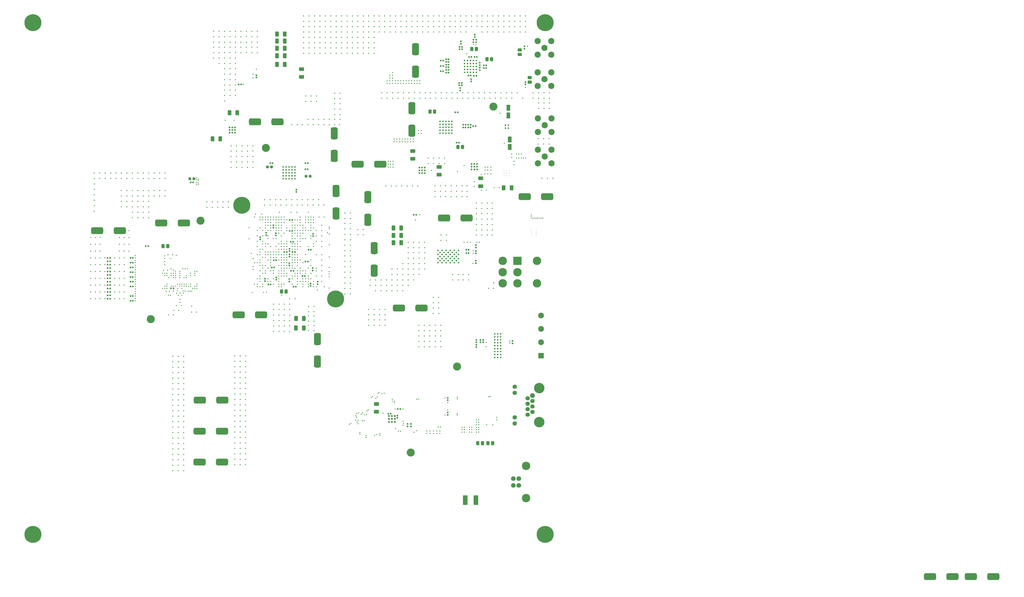
<source format=gbr>
G04*
G04 #@! TF.GenerationSoftware,Altium Limited,Altium Designer,23.11.1 (41)*
G04*
G04 Layer_Color=16711935*
%FSLAX44Y44*%
%MOMM*%
G71*
G04*
G04 #@! TF.SameCoordinates,838A1BA1-0531-4938-89FD-2D76D54D1B47*
G04*
G04*
G04 #@! TF.FilePolarity,Negative*
G04*
G01*
G75*
G04:AMPARAMS|DCode=99|XSize=4.5016mm|YSize=2.6016mm|CornerRadius=0.6758mm|HoleSize=0mm|Usage=FLASHONLY|Rotation=0.000|XOffset=0mm|YOffset=0mm|HoleType=Round|Shape=RoundedRectangle|*
%AMROUNDEDRECTD99*
21,1,4.5016,1.2500,0,0,0.0*
21,1,3.1500,2.6016,0,0,0.0*
1,1,1.3516,1.5750,-0.6250*
1,1,1.3516,-1.5750,-0.6250*
1,1,1.3516,-1.5750,0.6250*
1,1,1.3516,1.5750,0.6250*
%
%ADD99ROUNDEDRECTD99*%
G04:AMPARAMS|DCode=100|XSize=1.905mm|YSize=1.2954mm|CornerRadius=0.2537mm|HoleSize=0mm|Usage=FLASHONLY|Rotation=90.000|XOffset=0mm|YOffset=0mm|HoleType=Round|Shape=RoundedRectangle|*
%AMROUNDEDRECTD100*
21,1,1.9050,0.7879,0,0,90.0*
21,1,1.3975,1.2954,0,0,90.0*
1,1,0.5075,0.3940,0.6988*
1,1,0.5075,0.3940,-0.6988*
1,1,0.5075,-0.3940,-0.6988*
1,1,0.5075,-0.3940,0.6988*
%
%ADD100ROUNDEDRECTD100*%
G04:AMPARAMS|DCode=101|XSize=0.6096mm|YSize=0.6096mm|CornerRadius=0.2032mm|HoleSize=0mm|Usage=FLASHONLY|Rotation=0.000|XOffset=0mm|YOffset=0mm|HoleType=Round|Shape=RoundedRectangle|*
%AMROUNDEDRECTD101*
21,1,0.6096,0.2032,0,0,0.0*
21,1,0.2032,0.6096,0,0,0.0*
1,1,0.4064,0.1016,-0.1016*
1,1,0.4064,-0.1016,-0.1016*
1,1,0.4064,-0.1016,0.1016*
1,1,0.4064,0.1016,0.1016*
%
%ADD101ROUNDEDRECTD101*%
G04:AMPARAMS|DCode=102|XSize=0.6096mm|YSize=0.6096mm|CornerRadius=0.2032mm|HoleSize=0mm|Usage=FLASHONLY|Rotation=270.000|XOffset=0mm|YOffset=0mm|HoleType=Round|Shape=RoundedRectangle|*
%AMROUNDEDRECTD102*
21,1,0.6096,0.2032,0,0,270.0*
21,1,0.2032,0.6096,0,0,270.0*
1,1,0.4064,-0.1016,-0.1016*
1,1,0.4064,-0.1016,0.1016*
1,1,0.4064,0.1016,0.1016*
1,1,0.4064,0.1016,-0.1016*
%
%ADD102ROUNDEDRECTD102*%
G04:AMPARAMS|DCode=103|XSize=1.905mm|YSize=1.2954mm|CornerRadius=0.2537mm|HoleSize=0mm|Usage=FLASHONLY|Rotation=180.000|XOffset=0mm|YOffset=0mm|HoleType=Round|Shape=RoundedRectangle|*
%AMROUNDEDRECTD103*
21,1,1.9050,0.7879,0,0,180.0*
21,1,1.3975,1.2954,0,0,180.0*
1,1,0.5075,-0.6988,0.3940*
1,1,0.5075,0.6988,0.3940*
1,1,0.5075,0.6988,-0.3940*
1,1,0.5075,-0.6988,-0.3940*
%
%ADD103ROUNDEDRECTD103*%
G04:AMPARAMS|DCode=105|XSize=1.4986mm|YSize=1.1938mm|CornerRadius=0.2529mm|HoleSize=0mm|Usage=FLASHONLY|Rotation=180.000|XOffset=0mm|YOffset=0mm|HoleType=Round|Shape=RoundedRectangle|*
%AMROUNDEDRECTD105*
21,1,1.4986,0.6881,0,0,180.0*
21,1,0.9929,1.1938,0,0,180.0*
1,1,0.5057,-0.4964,0.3440*
1,1,0.5057,0.4964,0.3440*
1,1,0.5057,0.4964,-0.3440*
1,1,0.5057,-0.4964,-0.3440*
%
%ADD105ROUNDEDRECTD105*%
G04:AMPARAMS|DCode=118|XSize=4.5016mm|YSize=2.6016mm|CornerRadius=0.6758mm|HoleSize=0mm|Usage=FLASHONLY|Rotation=270.000|XOffset=0mm|YOffset=0mm|HoleType=Round|Shape=RoundedRectangle|*
%AMROUNDEDRECTD118*
21,1,4.5016,1.2500,0,0,270.0*
21,1,3.1500,2.6016,0,0,270.0*
1,1,1.3516,-0.6250,-1.5750*
1,1,1.3516,-0.6250,1.5750*
1,1,1.3516,0.6250,1.5750*
1,1,1.3516,0.6250,-1.5750*
%
%ADD118ROUNDEDRECTD118*%
%ADD122C,3.0000*%
G04:AMPARAMS|DCode=125|XSize=0.9906mm|YSize=0.9652mm|CornerRadius=0.2019mm|HoleSize=0mm|Usage=FLASHONLY|Rotation=0.000|XOffset=0mm|YOffset=0mm|HoleType=Round|Shape=RoundedRectangle|*
%AMROUNDEDRECTD125*
21,1,0.9906,0.5613,0,0,0.0*
21,1,0.5867,0.9652,0,0,0.0*
1,1,0.4039,0.2934,-0.2807*
1,1,0.4039,-0.2934,-0.2807*
1,1,0.4039,-0.2934,0.2807*
1,1,0.4039,0.2934,0.2807*
%
%ADD125ROUNDEDRECTD125*%
G04:AMPARAMS|DCode=127|XSize=1.4986mm|YSize=1.1938mm|CornerRadius=0.2529mm|HoleSize=0mm|Usage=FLASHONLY|Rotation=270.000|XOffset=0mm|YOffset=0mm|HoleType=Round|Shape=RoundedRectangle|*
%AMROUNDEDRECTD127*
21,1,1.4986,0.6881,0,0,270.0*
21,1,0.9929,1.1938,0,0,270.0*
1,1,0.5057,-0.3440,-0.4964*
1,1,0.5057,-0.3440,0.4964*
1,1,0.5057,0.3440,0.4964*
1,1,0.5057,0.3440,-0.4964*
%
%ADD127ROUNDEDRECTD127*%
G04:AMPARAMS|DCode=136|XSize=1.7mm|YSize=3.6mm|CornerRadius=0.25mm|HoleSize=0mm|Usage=FLASHONLY|Rotation=0.000|XOffset=0mm|YOffset=0mm|HoleType=Round|Shape=RoundedRectangle|*
%AMROUNDEDRECTD136*
21,1,1.7000,3.1000,0,0,0.0*
21,1,1.2000,3.6000,0,0,0.0*
1,1,0.5000,0.6000,-1.5500*
1,1,0.5000,-0.6000,-1.5500*
1,1,0.5000,-0.6000,1.5500*
1,1,0.5000,0.6000,1.5500*
%
%ADD136ROUNDEDRECTD136*%
%ADD143R,1.4516X2.3016*%
%ADD170C,6.3400*%
%ADD171C,2.3016*%
%ADD172C,3.9116*%
G04:AMPARAMS|DCode=173|XSize=1.6256mm|YSize=1.6256mm|CornerRadius=0mm|HoleSize=0mm|Usage=FLASHONLY|Rotation=90.000|XOffset=0mm|YOffset=0mm|HoleType=Round|Shape=Octagon|*
%AMOCTAGOND173*
4,1,8,0.4064,0.8128,-0.4064,0.8128,-0.8128,0.4064,-0.8128,-0.4064,-0.4064,-0.8128,0.4064,-0.8128,0.8128,-0.4064,0.8128,0.4064,0.4064,0.8128,0.0*
%
%ADD173OCTAGOND173*%

%ADD174C,1.6256*%
%ADD175C,3.1400*%
%ADD176C,1.7400*%
%ADD177C,0.7016*%
%ADD178R,2.1450X2.1450*%
%ADD179C,2.1450*%
%ADD180C,3.1372*%
%ADD181R,3.1400X3.1400*%
%ADD182C,0.4064*%
%ADD183C,0.3000*%
%ADD184C,0.6604*%
%ADD185C,0.6016*%
%ADD186C,0.6096*%
D99*
X667346Y315775D02*
D03*
X751345D02*
D03*
X751165Y431344D02*
D03*
X667166D02*
D03*
X667749Y547181D02*
D03*
X751749D02*
D03*
X1879928Y1306322D02*
D03*
X1963928D02*
D03*
X812864Y865037D02*
D03*
X896864D02*
D03*
X873616Y1586275D02*
D03*
X957616D02*
D03*
X1256866Y1427480D02*
D03*
X1340866D02*
D03*
X608500Y1208410D02*
D03*
X524500D02*
D03*
X369740Y1179200D02*
D03*
X285740D02*
D03*
X1494282Y890524D02*
D03*
X1410282D02*
D03*
X1662809Y1226536D02*
D03*
X1578810D02*
D03*
X3391228Y-111454D02*
D03*
X3475228D02*
D03*
X3543628D02*
D03*
X3627628D02*
D03*
D100*
X955697Y1800063D02*
D03*
X984653D02*
D03*
X955817Y1913643D02*
D03*
X984773D02*
D03*
X955817Y1887227D02*
D03*
X984773D02*
D03*
X955817Y1860482D02*
D03*
X984773D02*
D03*
X955817Y1832152D02*
D03*
X984773D02*
D03*
X1026584Y816234D02*
D03*
X1055540D02*
D03*
X1026838Y852048D02*
D03*
X1055794D02*
D03*
X778689Y1619364D02*
D03*
X807645D02*
D03*
X744632Y1522658D02*
D03*
X715676D02*
D03*
X1419562Y1161960D02*
D03*
X1390606D02*
D03*
Y1134460D02*
D03*
X1419562D02*
D03*
X1390606Y1189460D02*
D03*
X1419562D02*
D03*
X1801417Y1339193D02*
D03*
X1830373D02*
D03*
D101*
X1641538Y1877269D02*
D03*
Y1886159D02*
D03*
X1712214Y1806705D02*
D03*
Y1797814D02*
D03*
X942490Y1190565D02*
D03*
Y1199455D02*
D03*
X1697990Y1125855D02*
D03*
Y1116965D02*
D03*
X915332Y1162563D02*
D03*
Y1171453D02*
D03*
X911522Y1000003D02*
D03*
Y991113D02*
D03*
X953432Y996193D02*
D03*
Y1005083D02*
D03*
X1002962Y1102873D02*
D03*
Y1111763D02*
D03*
X952162Y1161293D02*
D03*
Y1170183D02*
D03*
X893742Y1146053D02*
D03*
Y1154943D02*
D03*
X1001692Y1058423D02*
D03*
Y1049533D02*
D03*
X1001692Y998733D02*
D03*
Y989843D02*
D03*
X1002962Y1082553D02*
D03*
Y1091443D02*
D03*
X1080951Y973399D02*
D03*
Y982289D02*
D03*
X1090592Y1167643D02*
D03*
Y1158753D02*
D03*
X1107864Y979937D02*
D03*
Y988827D02*
D03*
X1089282Y1039413D02*
D03*
Y1030523D02*
D03*
X878630Y1750766D02*
D03*
Y1759655D02*
D03*
X1027685Y1332951D02*
D03*
Y1324061D02*
D03*
X1712214Y1787906D02*
D03*
Y1779016D02*
D03*
X1693164Y1902168D02*
D03*
Y1911058D02*
D03*
X1688084Y1883283D02*
D03*
Y1892173D02*
D03*
X1698455Y1883369D02*
D03*
Y1892259D02*
D03*
X1679702Y1736471D02*
D03*
Y1745361D02*
D03*
X1879092Y1858645D02*
D03*
Y1867535D02*
D03*
X1882394Y1734185D02*
D03*
Y1725295D02*
D03*
X1644907Y1721824D02*
D03*
Y1730714D02*
D03*
X1639617Y1702871D02*
D03*
Y1711761D02*
D03*
X1635001Y1721824D02*
D03*
Y1730714D02*
D03*
X1646405Y1865501D02*
D03*
Y1856611D02*
D03*
X1636498Y1865501D02*
D03*
Y1856611D02*
D03*
X1714500Y762635D02*
D03*
Y771525D02*
D03*
X1724660Y762635D02*
D03*
Y771525D02*
D03*
X1833880Y767715D02*
D03*
Y758825D02*
D03*
X1699260Y744855D02*
D03*
Y753745D02*
D03*
Y762635D02*
D03*
Y771525D02*
D03*
X1404620Y489585D02*
D03*
Y480695D02*
D03*
X1592580Y546735D02*
D03*
Y555625D02*
D03*
X1592580Y501015D02*
D03*
Y492125D02*
D03*
X1455420Y457835D02*
D03*
Y448945D02*
D03*
X1442720Y457835D02*
D03*
Y448945D02*
D03*
X1697990Y1103630D02*
D03*
Y1094740D02*
D03*
X1697990Y1067435D02*
D03*
Y1058545D02*
D03*
D102*
X930276Y1431489D02*
D03*
X939166D02*
D03*
X1062230Y1431884D02*
D03*
X1071120D02*
D03*
X1061849Y1408516D02*
D03*
X1070739D02*
D03*
X1669415Y1758188D02*
D03*
X1678305D02*
D03*
X1699387Y1757934D02*
D03*
X1690497D02*
D03*
X1701292Y1828038D02*
D03*
X1692402D02*
D03*
X1671955Y1828292D02*
D03*
X1680845D02*
D03*
X1735963Y1786379D02*
D03*
X1727073D02*
D03*
X642962Y1359563D02*
D03*
X634072D02*
D03*
X1012487Y1219078D02*
D03*
X1003597D02*
D03*
Y1178438D02*
D03*
X1012487D02*
D03*
X923587Y979048D02*
D03*
X932477D02*
D03*
X943907Y1069218D02*
D03*
X952797D02*
D03*
X945177Y1042548D02*
D03*
X936287D02*
D03*
X992167Y1099698D02*
D03*
X983277D02*
D03*
X1016297Y1137798D02*
D03*
X1007407D02*
D03*
X418635Y1077600D02*
D03*
X409745D02*
D03*
X418635Y935360D02*
D03*
X409745D02*
D03*
X409745Y917580D02*
D03*
X418635D02*
D03*
X418635Y1006480D02*
D03*
X409745D02*
D03*
X418635Y1024260D02*
D03*
X409745D02*
D03*
X409745Y1059820D02*
D03*
X418635D02*
D03*
Y1042040D02*
D03*
X409745D02*
D03*
X418635Y970920D02*
D03*
X409745D02*
D03*
X409745Y988700D02*
D03*
X418635D02*
D03*
X324655Y1064900D02*
D03*
X333545D02*
D03*
Y1052200D02*
D03*
X324655D02*
D03*
X333545Y1014100D02*
D03*
X324655D02*
D03*
X333545Y1026800D02*
D03*
X324655D02*
D03*
X333545Y1001400D02*
D03*
X324655D02*
D03*
Y1039500D02*
D03*
X333545D02*
D03*
Y1077600D02*
D03*
X324655D02*
D03*
Y988700D02*
D03*
X333545D02*
D03*
X1008677Y1029848D02*
D03*
X1017567D02*
D03*
X1026457Y970158D02*
D03*
X1017567D02*
D03*
X475785Y1122050D02*
D03*
X466895D02*
D03*
X1073447Y1108588D02*
D03*
X1082337D02*
D03*
X1059705Y1009990D02*
D03*
X1050815D02*
D03*
X1013757Y1099698D02*
D03*
X1022647D02*
D03*
X1062017Y1064138D02*
D03*
X1070907D02*
D03*
X569765Y964570D02*
D03*
X560875D02*
D03*
X333545Y950600D02*
D03*
X324655D02*
D03*
X333545Y937900D02*
D03*
X324655D02*
D03*
X333545Y925200D02*
D03*
X324655D02*
D03*
Y963300D02*
D03*
X333545D02*
D03*
Y976000D02*
D03*
X324655D02*
D03*
X813006Y1725385D02*
D03*
X821896D02*
D03*
X1474936Y1239159D02*
D03*
X1466046D02*
D03*
X1736217Y1796288D02*
D03*
X1727327D02*
D03*
X1669164Y1575051D02*
D03*
X1678053D02*
D03*
X1650365Y1575052D02*
D03*
X1659255D02*
D03*
X1650111Y1565143D02*
D03*
X1659001D02*
D03*
X1668909Y1565143D02*
D03*
X1677800D02*
D03*
X1687962Y1569974D02*
D03*
X1696852D02*
D03*
X1634617Y1507998D02*
D03*
X1625727D02*
D03*
X1629791Y1621536D02*
D03*
X1620901D02*
D03*
X1566462Y1774508D02*
D03*
X1575352D02*
D03*
X1586506Y1769763D02*
D03*
X1595396D02*
D03*
X1586566Y1779671D02*
D03*
X1595456D02*
D03*
X1566584Y1794560D02*
D03*
X1575474D02*
D03*
X1586566Y1789580D02*
D03*
X1595456D02*
D03*
X1586628Y1799488D02*
D03*
X1595518D02*
D03*
X1595580Y1809397D02*
D03*
X1586689D02*
D03*
X1586628Y1819305D02*
D03*
X1595518D02*
D03*
X1566646Y1814283D02*
D03*
X1575536D02*
D03*
X1379855Y496570D02*
D03*
X1370965D02*
D03*
X1415415Y514350D02*
D03*
X1406525D02*
D03*
X1661795Y1096010D02*
D03*
X1670685D02*
D03*
Y1108710D02*
D03*
X1661795D02*
D03*
D103*
X1047197Y1782652D02*
D03*
Y1753696D02*
D03*
X1462386Y1476450D02*
D03*
Y1447494D02*
D03*
X1560962Y1388383D02*
D03*
Y1417339D02*
D03*
X1327150Y503682D02*
D03*
Y532638D02*
D03*
X1715153Y1345739D02*
D03*
Y1374695D02*
D03*
D105*
X1898779Y1751203D02*
D03*
Y1734185D02*
D03*
X1861058Y1854200D02*
D03*
Y1837182D02*
D03*
D118*
X1472767Y1856759D02*
D03*
Y1772759D02*
D03*
X1106554Y774743D02*
D03*
Y690743D02*
D03*
X1318182Y1030224D02*
D03*
Y1114224D02*
D03*
X1169074Y1458468D02*
D03*
Y1542468D02*
D03*
X1294384Y1220470D02*
D03*
Y1304470D02*
D03*
X1459230Y1553030D02*
D03*
Y1637030D02*
D03*
X1175859Y1327584D02*
D03*
Y1243584D02*
D03*
D122*
X670876Y1216591D02*
D03*
X914323Y1488885D02*
D03*
X484950Y849635D02*
D03*
X1454641Y351542D02*
D03*
X1627251Y671986D02*
D03*
X1763163Y1643002D02*
D03*
D125*
X920624Y1417406D02*
D03*
X935611D02*
D03*
X1079629Y1382354D02*
D03*
X1064642D02*
D03*
X646136Y1373647D02*
D03*
X631151D02*
D03*
D127*
X1630807Y1491612D02*
D03*
X1647825D02*
D03*
X1682750Y1858010D02*
D03*
X1699768D02*
D03*
X1739265Y1819656D02*
D03*
X1756283D02*
D03*
X972863Y952378D02*
D03*
X989881D02*
D03*
X531411Y1122050D02*
D03*
X548429D02*
D03*
X1526794Y1624076D02*
D03*
X1543812D02*
D03*
X1704611Y386134D02*
D03*
X1722645D02*
D03*
X1742313Y386080D02*
D03*
X1760347D02*
D03*
D136*
X1697670Y173990D02*
D03*
X1657670D02*
D03*
D143*
X1818386Y1638052D02*
D03*
Y1609852D02*
D03*
X1823720Y1519812D02*
D03*
Y1491612D02*
D03*
D170*
X45720Y1955800D02*
D03*
X1174400Y924704D02*
D03*
X824400Y1274704D02*
D03*
X45720Y45720D02*
D03*
X1955800D02*
D03*
Y1955800D02*
D03*
D171*
X1927606Y1719326D02*
D03*
X1978406D02*
D03*
Y1770126D02*
D03*
X1927606D02*
D03*
X1953006Y1744726D02*
D03*
X1954530Y1573127D02*
D03*
X1929130Y1598527D02*
D03*
X1979930D02*
D03*
Y1547727D02*
D03*
X1929130D02*
D03*
X1954530Y1456287D02*
D03*
X1929130Y1481687D02*
D03*
X1979930D02*
D03*
Y1430887D02*
D03*
X1929130D02*
D03*
X1953006Y1861566D02*
D03*
X1927606Y1886966D02*
D03*
X1978406D02*
D03*
Y1836166D02*
D03*
X1927606D02*
D03*
D172*
X1933980Y591820D02*
D03*
Y464820D02*
D03*
D173*
X1908580Y563880D02*
D03*
D174*
Y543560D02*
D03*
Y523240D02*
D03*
Y502920D02*
D03*
X1890800Y553720D02*
D03*
Y533400D02*
D03*
Y513080D02*
D03*
Y492760D02*
D03*
X1842540Y596900D02*
D03*
Y482600D02*
D03*
Y459740D02*
D03*
Y574040D02*
D03*
D175*
X1884680Y301500D02*
D03*
Y181100D02*
D03*
X1797320Y982800D02*
D03*
Y1024800D02*
D03*
Y1066800D02*
D03*
X1852320Y982800D02*
D03*
Y1024800D02*
D03*
D176*
X1857680Y228800D02*
D03*
Y253800D02*
D03*
X1837680Y228800D02*
D03*
Y253800D02*
D03*
D177*
X1373680Y487570D02*
D03*
X1384380D02*
D03*
X1395080D02*
D03*
X1373680Y476870D02*
D03*
X1384380D02*
D03*
X1395080D02*
D03*
X1373680Y466170D02*
D03*
X1384380D02*
D03*
X1395080D02*
D03*
D178*
X1940560Y712800D02*
D03*
D179*
Y762800D02*
D03*
Y812800D02*
D03*
Y862800D02*
D03*
D180*
X1925320Y1066800D02*
D03*
Y982800D02*
D03*
D181*
X1852320Y1066800D02*
D03*
D182*
X1472438Y1219454D02*
D03*
X1487973Y1239192D02*
D03*
X567015Y507559D02*
D03*
Y629464D02*
D03*
Y609145D02*
D03*
Y588825D02*
D03*
Y548185D02*
D03*
Y527864D02*
D03*
X798155Y712014D02*
D03*
Y691694D02*
D03*
X818475D02*
D03*
X798155Y671375D02*
D03*
X818475D02*
D03*
X838795D02*
D03*
Y691694D02*
D03*
X818475Y712014D02*
D03*
X838795D02*
D03*
X798155Y590094D02*
D03*
Y549454D02*
D03*
X818475D02*
D03*
Y590094D02*
D03*
X838795Y549454D02*
D03*
Y590094D02*
D03*
X798155Y569775D02*
D03*
X587335Y588825D02*
D03*
X818475Y569775D02*
D03*
X587335Y548185D02*
D03*
X567015Y568504D02*
D03*
X587335D02*
D03*
X838795Y569775D02*
D03*
X798155Y610415D02*
D03*
Y651055D02*
D03*
Y630734D02*
D03*
X818475D02*
D03*
X838795D02*
D03*
X818475Y651055D02*
D03*
X838795D02*
D03*
X818475Y610415D02*
D03*
X838795D02*
D03*
X798155Y508829D02*
D03*
Y529134D02*
D03*
X818475D02*
D03*
Y508829D02*
D03*
X838795D02*
D03*
Y529134D02*
D03*
X567015Y649784D02*
D03*
Y670105D02*
D03*
X587335Y649784D02*
D03*
Y670105D02*
D03*
Y710744D02*
D03*
Y690424D02*
D03*
X567015D02*
D03*
Y710744D02*
D03*
X607655Y670105D02*
D03*
Y710744D02*
D03*
Y690424D02*
D03*
Y649784D02*
D03*
X587335Y629464D02*
D03*
X607655Y548185D02*
D03*
Y568504D02*
D03*
Y629464D02*
D03*
Y588825D02*
D03*
X587335Y609145D02*
D03*
X607655D02*
D03*
X587335Y527864D02*
D03*
Y507559D02*
D03*
X607655D02*
D03*
Y527864D02*
D03*
X587335Y304359D02*
D03*
Y344999D02*
D03*
Y324679D02*
D03*
Y284039D02*
D03*
X567015D02*
D03*
X838795Y366589D02*
D03*
X818475D02*
D03*
X838795Y427549D02*
D03*
X798155Y468189D02*
D03*
Y366589D02*
D03*
Y427549D02*
D03*
Y407229D02*
D03*
X818475Y386909D02*
D03*
Y407229D02*
D03*
Y447869D02*
D03*
Y468189D02*
D03*
Y427549D02*
D03*
X838795Y386909D02*
D03*
Y407229D02*
D03*
Y468189D02*
D03*
Y447869D02*
D03*
X567015Y426279D02*
D03*
Y385639D02*
D03*
Y324679D02*
D03*
Y344999D02*
D03*
Y365319D02*
D03*
Y487239D02*
D03*
Y446599D02*
D03*
Y405959D02*
D03*
Y466919D02*
D03*
X818475Y346269D02*
D03*
X838795Y325949D02*
D03*
Y305629D02*
D03*
Y346269D02*
D03*
X818475Y305629D02*
D03*
X798155D02*
D03*
X818475Y325949D02*
D03*
X798155Y346269D02*
D03*
Y325949D02*
D03*
X587335Y487239D02*
D03*
X567015Y304359D02*
D03*
X607655Y324679D02*
D03*
Y304359D02*
D03*
Y344999D02*
D03*
Y284039D02*
D03*
Y487239D02*
D03*
X587335Y365319D02*
D03*
Y385639D02*
D03*
Y405959D02*
D03*
Y426279D02*
D03*
Y466919D02*
D03*
Y446599D02*
D03*
X607655Y385639D02*
D03*
Y365319D02*
D03*
Y446599D02*
D03*
Y466919D02*
D03*
Y405959D02*
D03*
Y426279D02*
D03*
X798155Y386909D02*
D03*
Y447869D02*
D03*
Y488509D02*
D03*
X818475D02*
D03*
X838795D02*
D03*
X829930Y1725196D02*
D03*
X878630Y1782534D02*
D03*
X1686951Y1057600D02*
D03*
X1710466Y1136166D02*
D03*
X1701800Y1136340D02*
D03*
X1677653D02*
D03*
X1666669D02*
D03*
X1653975D02*
D03*
X1907540Y1225865D02*
D03*
X1275563Y499307D02*
D03*
X1532654Y1404801D02*
D03*
X906099Y949076D02*
D03*
X863778Y948843D02*
D03*
X973106Y938822D02*
D03*
X852069Y1190759D02*
D03*
X851926Y1149292D02*
D03*
X872510Y1230000D02*
D03*
X899101Y1241684D02*
D03*
X875919D02*
D03*
X965260Y1248336D02*
D03*
X1007510D02*
D03*
X1072510Y1248288D02*
D03*
X1029760D02*
D03*
X1144079Y1171479D02*
D03*
X1150532Y1193293D02*
D03*
X1150451Y1187250D02*
D03*
Y1167250D02*
D03*
Y1127250D02*
D03*
X1150536Y1081285D02*
D03*
X1150660Y1042751D02*
D03*
Y1018037D02*
D03*
Y1026731D02*
D03*
X1151044Y965000D02*
D03*
Y1007251D02*
D03*
X1106388Y958424D02*
D03*
X917078Y949854D02*
D03*
X1082510Y1159769D02*
D03*
X922490Y1160023D02*
D03*
X1052500Y990000D02*
D03*
X1052510Y970000D02*
D03*
X537210Y1052830D02*
D03*
X428033Y1068710D02*
D03*
Y1086490D02*
D03*
X715122Y1266464D02*
D03*
Y1286784D02*
D03*
X735442D02*
D03*
Y1266464D02*
D03*
X754492D02*
D03*
Y1286784D02*
D03*
X694802Y1266464D02*
D03*
Y1286784D02*
D03*
X774812Y1266464D02*
D03*
Y1286784D02*
D03*
X274320Y1272525D02*
D03*
Y1252205D02*
D03*
Y1292860D02*
D03*
Y1333500D02*
D03*
Y1353820D02*
D03*
Y1313180D02*
D03*
Y1374140D02*
D03*
Y1394460D02*
D03*
X1520190Y1430020D02*
D03*
X1540510D02*
D03*
Y1450340D02*
D03*
X1520190D02*
D03*
X1560830D02*
D03*
X1581150D02*
D03*
Y1430020D02*
D03*
X1560830D02*
D03*
X1718310Y1389380D02*
D03*
X1483360Y1553030D02*
D03*
X1493520D02*
D03*
Y1542870D02*
D03*
X1483360D02*
D03*
X1883410Y1921510D02*
D03*
Y1941830D02*
D03*
Y1960880D02*
D03*
Y1981200D02*
D03*
X1822450D02*
D03*
X1842770D02*
D03*
X1863090D02*
D03*
Y1960880D02*
D03*
X1842770D02*
D03*
X1822450D02*
D03*
Y1941830D02*
D03*
X1842770D02*
D03*
X1863090D02*
D03*
Y1921510D02*
D03*
X1842770D02*
D03*
X1822450D02*
D03*
X1438910D02*
D03*
X1459230D02*
D03*
X1479550D02*
D03*
Y1941830D02*
D03*
X1459230D02*
D03*
X1438910D02*
D03*
Y1960880D02*
D03*
X1459230D02*
D03*
X1479550D02*
D03*
Y1981200D02*
D03*
X1459230D02*
D03*
X1438910D02*
D03*
X1499870D02*
D03*
X1520190D02*
D03*
X1540510D02*
D03*
Y1960880D02*
D03*
X1520190D02*
D03*
X1499870D02*
D03*
Y1941830D02*
D03*
X1520190D02*
D03*
X1540510D02*
D03*
Y1921510D02*
D03*
X1520190D02*
D03*
X1499870D02*
D03*
X1560830D02*
D03*
X1581150D02*
D03*
X1601470D02*
D03*
Y1941830D02*
D03*
X1581150D02*
D03*
X1560830D02*
D03*
Y1960880D02*
D03*
X1581150D02*
D03*
X1601470D02*
D03*
Y1981200D02*
D03*
X1581150D02*
D03*
X1560830D02*
D03*
X1661160D02*
D03*
X1681480D02*
D03*
X1701800D02*
D03*
Y1960880D02*
D03*
X1681480D02*
D03*
X1661160D02*
D03*
Y1941830D02*
D03*
X1681480D02*
D03*
X1701800D02*
D03*
X1661160Y1921510D02*
D03*
X1620520D02*
D03*
X1640840D02*
D03*
Y1941830D02*
D03*
X1620520D02*
D03*
Y1960880D02*
D03*
X1640840D02*
D03*
Y1981200D02*
D03*
X1620520D02*
D03*
X1720850D02*
D03*
X1741170D02*
D03*
Y1960880D02*
D03*
X1720850D02*
D03*
Y1941830D02*
D03*
X1741170D02*
D03*
Y1921510D02*
D03*
X1720850D02*
D03*
X1761490D02*
D03*
X1781810D02*
D03*
X1802130D02*
D03*
Y1941830D02*
D03*
X1781810D02*
D03*
X1761490D02*
D03*
Y1960880D02*
D03*
X1781810D02*
D03*
X1802130D02*
D03*
Y1981200D02*
D03*
X1781810D02*
D03*
X1761490D02*
D03*
X1984369Y1374726D02*
D03*
X1964049D02*
D03*
X1943729D02*
D03*
X1950048Y1502926D02*
D03*
X1970368D02*
D03*
Y1523246D02*
D03*
X1950048D02*
D03*
X1929728D02*
D03*
Y1502926D02*
D03*
X1931670Y1635760D02*
D03*
Y1656080D02*
D03*
X1951990D02*
D03*
X1972310D02*
D03*
Y1635760D02*
D03*
X1951990D02*
D03*
X1729740Y1673860D02*
D03*
X1750060D02*
D03*
X1770380D02*
D03*
Y1694180D02*
D03*
X1750060D02*
D03*
X1729740D02*
D03*
X1790700D02*
D03*
X1811020D02*
D03*
X1831340D02*
D03*
Y1673860D02*
D03*
X1811020D02*
D03*
X1790700D02*
D03*
X1871980D02*
D03*
X1851660Y1694180D02*
D03*
X1951990D02*
D03*
X1972310D02*
D03*
Y1673860D02*
D03*
X1951990D02*
D03*
X1911350D02*
D03*
X1931670D02*
D03*
Y1694180D02*
D03*
X1911350D02*
D03*
X1346200Y1673860D02*
D03*
X1366520D02*
D03*
X1386840D02*
D03*
Y1694180D02*
D03*
X1366520D02*
D03*
X1346200D02*
D03*
X1407160D02*
D03*
X1427480D02*
D03*
X1447800D02*
D03*
Y1673860D02*
D03*
X1427480D02*
D03*
X1407160D02*
D03*
X1468120D02*
D03*
X1488440D02*
D03*
X1508760D02*
D03*
Y1694180D02*
D03*
X1488440D02*
D03*
X1468120D02*
D03*
X1568450D02*
D03*
X1588770D02*
D03*
X1609090D02*
D03*
Y1673860D02*
D03*
X1588770D02*
D03*
X1568450D02*
D03*
X1527810D02*
D03*
X1548130D02*
D03*
Y1694180D02*
D03*
X1527810D02*
D03*
X1628140D02*
D03*
X1648460D02*
D03*
Y1673860D02*
D03*
X1628140D02*
D03*
X1668780D02*
D03*
X1689100D02*
D03*
X1709420D02*
D03*
Y1694180D02*
D03*
X1689100D02*
D03*
X1668780D02*
D03*
X1691640Y1362710D02*
D03*
Y1343660D02*
D03*
X1737360Y1330960D02*
D03*
X1718310D02*
D03*
X1784350Y1340439D02*
D03*
X1765300D02*
D03*
X436880Y1228090D02*
D03*
Y1248410D02*
D03*
X416560D02*
D03*
Y1228090D02*
D03*
X477520D02*
D03*
Y1248410D02*
D03*
Y1268730D02*
D03*
X457200D02*
D03*
Y1248410D02*
D03*
Y1228090D02*
D03*
Y1289050D02*
D03*
X477520D02*
D03*
X1441450Y1346200D02*
D03*
X1461770D02*
D03*
X1480820D02*
D03*
X1421130D02*
D03*
X1400810D02*
D03*
X1381760D02*
D03*
X1361440D02*
D03*
X1625600Y1306830D02*
D03*
Y1327150D02*
D03*
Y1347470D02*
D03*
X1645920D02*
D03*
Y1327150D02*
D03*
Y1306830D02*
D03*
X1664970D02*
D03*
Y1327150D02*
D03*
Y1347470D02*
D03*
X1605280Y1306830D02*
D03*
Y1327150D02*
D03*
Y1347470D02*
D03*
X1584960D02*
D03*
Y1327150D02*
D03*
Y1306830D02*
D03*
X1565910D02*
D03*
Y1327150D02*
D03*
Y1347470D02*
D03*
X1545590D02*
D03*
Y1327150D02*
D03*
Y1306830D02*
D03*
X1699260Y1202690D02*
D03*
X1719580D02*
D03*
X1739900D02*
D03*
Y1182370D02*
D03*
X1719580D02*
D03*
X1699260D02*
D03*
Y1163320D02*
D03*
X1719580D02*
D03*
X1739900D02*
D03*
X1699260Y1223010D02*
D03*
X1719580D02*
D03*
X1739900D02*
D03*
Y1243330D02*
D03*
X1719580D02*
D03*
X1699260D02*
D03*
Y1262380D02*
D03*
X1719580D02*
D03*
X1739900D02*
D03*
Y1282700D02*
D03*
X1719580D02*
D03*
X1699260D02*
D03*
X1758950Y1202690D02*
D03*
Y1182370D02*
D03*
Y1163320D02*
D03*
Y1223010D02*
D03*
Y1243330D02*
D03*
Y1262380D02*
D03*
Y1282700D02*
D03*
X1587500Y1143000D02*
D03*
Y1163320D02*
D03*
X1567180D02*
D03*
Y1143000D02*
D03*
X1384300Y1036320D02*
D03*
Y1016000D02*
D03*
X1363980Y995680D02*
D03*
X1323340D02*
D03*
X1343660D02*
D03*
X1303020D02*
D03*
Y975360D02*
D03*
X1323340Y955040D02*
D03*
X1343660D02*
D03*
Y975360D02*
D03*
X1323340D02*
D03*
X1384300Y995680D02*
D03*
X1445260Y975360D02*
D03*
X1384300D02*
D03*
X1363980D02*
D03*
Y955040D02*
D03*
X1384300D02*
D03*
X1404620D02*
D03*
X1424940D02*
D03*
Y975360D02*
D03*
X1404620D02*
D03*
X1424940Y1036320D02*
D03*
X1404620D02*
D03*
X1424940Y1056640D02*
D03*
Y1016000D02*
D03*
X1404620D02*
D03*
Y995680D02*
D03*
X1424940D02*
D03*
X1445260D02*
D03*
X1465580D02*
D03*
X1485900Y1016000D02*
D03*
X1465580D02*
D03*
X1445260D02*
D03*
Y1056640D02*
D03*
X1465580D02*
D03*
X1485900D02*
D03*
Y1036320D02*
D03*
X1465580D02*
D03*
X1445260D02*
D03*
Y1076960D02*
D03*
X1465580D02*
D03*
X1485900D02*
D03*
Y1097280D02*
D03*
X1465580D02*
D03*
X1445260D02*
D03*
Y1116330D02*
D03*
X1465580D02*
D03*
X1485900D02*
D03*
Y1136650D02*
D03*
X1465580D02*
D03*
X1445260D02*
D03*
X1506220D02*
D03*
Y1116330D02*
D03*
Y1097280D02*
D03*
Y1076960D02*
D03*
Y1036320D02*
D03*
Y1056640D02*
D03*
X1278108Y1183614D02*
D03*
X1257788D02*
D03*
Y1164564D02*
D03*
X1278108D02*
D03*
X1093769Y896700D02*
D03*
X1073449D02*
D03*
Y877650D02*
D03*
X1093769D02*
D03*
X1094286Y861117D02*
D03*
X1073966D02*
D03*
Y842067D02*
D03*
X1094286D02*
D03*
X1297860Y826062D02*
D03*
X1318180D02*
D03*
X1338500D02*
D03*
Y846382D02*
D03*
X1318180D02*
D03*
X1297860D02*
D03*
Y865432D02*
D03*
X1318180D02*
D03*
X1338500D02*
D03*
Y885752D02*
D03*
X1318180D02*
D03*
X1297860D02*
D03*
X1358820D02*
D03*
Y865432D02*
D03*
Y846382D02*
D03*
Y826062D02*
D03*
X1671032Y995593D02*
D03*
Y1015913D02*
D03*
X1650712D02*
D03*
Y995593D02*
D03*
X1631662D02*
D03*
Y1015913D02*
D03*
X1611342D02*
D03*
Y995593D02*
D03*
X1538822Y870578D02*
D03*
X1559142D02*
D03*
Y890898D02*
D03*
X1538822D02*
D03*
Y909948D02*
D03*
X1559142D02*
D03*
Y930268D02*
D03*
X1538822D02*
D03*
X1485240Y746379D02*
D03*
X1505560D02*
D03*
X1525880D02*
D03*
X1485240Y766699D02*
D03*
X1505560D02*
D03*
X1525880D02*
D03*
Y787019D02*
D03*
X1505560D02*
D03*
X1485240D02*
D03*
Y806069D02*
D03*
X1505560D02*
D03*
X1525880D02*
D03*
Y826389D02*
D03*
X1505560D02*
D03*
X1485240D02*
D03*
X1546200D02*
D03*
X1566520D02*
D03*
Y806069D02*
D03*
X1546200D02*
D03*
Y787019D02*
D03*
X1566520D02*
D03*
Y766699D02*
D03*
X1546200D02*
D03*
X1566520Y746379D02*
D03*
X1546200D02*
D03*
X1744736Y964394D02*
D03*
X1763786Y984714D02*
D03*
Y964394D02*
D03*
X845820Y1436370D02*
D03*
X866140D02*
D03*
Y1416050D02*
D03*
X845820D02*
D03*
Y1456690D02*
D03*
X866140D02*
D03*
Y1477010D02*
D03*
X845820D02*
D03*
Y1496060D02*
D03*
X866140D02*
D03*
X825500D02*
D03*
X805180D02*
D03*
X784860D02*
D03*
Y1477010D02*
D03*
X805180D02*
D03*
X825500D02*
D03*
Y1456690D02*
D03*
X805180D02*
D03*
X784860D02*
D03*
Y1416050D02*
D03*
X805180D02*
D03*
X825500D02*
D03*
Y1436370D02*
D03*
X805180D02*
D03*
X784860D02*
D03*
X1070610Y1295400D02*
D03*
Y1275080D02*
D03*
X1130300D02*
D03*
X1111250D02*
D03*
Y1295400D02*
D03*
X1090930D02*
D03*
Y1275080D02*
D03*
X990600Y1295400D02*
D03*
Y1275080D02*
D03*
X1050290Y1295400D02*
D03*
Y1275080D02*
D03*
X1031240D02*
D03*
Y1295400D02*
D03*
X1010920D02*
D03*
Y1275080D02*
D03*
X910590Y1295400D02*
D03*
Y1275080D02*
D03*
X970280Y1295400D02*
D03*
Y1275080D02*
D03*
X951230D02*
D03*
Y1295400D02*
D03*
X930910D02*
D03*
Y1275080D02*
D03*
X1094286Y806201D02*
D03*
X1073966D02*
D03*
Y825251D02*
D03*
X1094286D02*
D03*
X1209040Y984250D02*
D03*
X1229360Y963930D02*
D03*
X1209040D02*
D03*
X1229360Y943610D02*
D03*
X1209040D02*
D03*
X1229360Y984250D02*
D03*
Y1004570D02*
D03*
X1209040D02*
D03*
Y1125220D02*
D03*
X1229360D02*
D03*
Y1104900D02*
D03*
X1209040D02*
D03*
Y1085850D02*
D03*
X1229360D02*
D03*
Y1065530D02*
D03*
X1209040D02*
D03*
Y1024890D02*
D03*
X1229360D02*
D03*
Y1045210D02*
D03*
X1209040D02*
D03*
Y1245870D02*
D03*
X1229360D02*
D03*
Y1225550D02*
D03*
X1209040D02*
D03*
Y1206500D02*
D03*
X1229360D02*
D03*
Y1186180D02*
D03*
X1209040D02*
D03*
Y1145540D02*
D03*
X1229360D02*
D03*
Y1165860D02*
D03*
X1209040D02*
D03*
X1023620Y925830D02*
D03*
X1003300D02*
D03*
X943610Y885190D02*
D03*
Y905510D02*
D03*
X963930D02*
D03*
Y885190D02*
D03*
X982980D02*
D03*
Y905510D02*
D03*
X1003300D02*
D03*
Y885190D02*
D03*
Y824230D02*
D03*
Y844550D02*
D03*
Y864870D02*
D03*
X982980D02*
D03*
Y844550D02*
D03*
Y824230D02*
D03*
X963930D02*
D03*
Y844550D02*
D03*
Y864870D02*
D03*
X943610D02*
D03*
Y844550D02*
D03*
Y824230D02*
D03*
Y803910D02*
D03*
X963930D02*
D03*
X982980D02*
D03*
X1003300D02*
D03*
X436880Y1268730D02*
D03*
Y1289050D02*
D03*
X375920D02*
D03*
X396240D02*
D03*
X416560D02*
D03*
Y1268730D02*
D03*
X396240D02*
D03*
X375920D02*
D03*
Y1309370D02*
D03*
X396240D02*
D03*
X416560D02*
D03*
Y1329690D02*
D03*
X396240D02*
D03*
X375920D02*
D03*
X436880D02*
D03*
X457200D02*
D03*
X477520D02*
D03*
Y1309370D02*
D03*
X457200D02*
D03*
X436880D02*
D03*
X497840D02*
D03*
X518160D02*
D03*
X538480D02*
D03*
Y1329690D02*
D03*
X518160D02*
D03*
X497840D02*
D03*
X355600Y1374140D02*
D03*
X335280D02*
D03*
X314960D02*
D03*
Y1394460D02*
D03*
X335280D02*
D03*
X355600D02*
D03*
X294640D02*
D03*
Y1374140D02*
D03*
X497840Y1394460D02*
D03*
X518160D02*
D03*
X538480D02*
D03*
Y1374140D02*
D03*
X518160D02*
D03*
X497840D02*
D03*
X436880D02*
D03*
X457200D02*
D03*
X477520D02*
D03*
Y1394460D02*
D03*
X457200D02*
D03*
X436880D02*
D03*
X375920D02*
D03*
X396240D02*
D03*
X416560D02*
D03*
Y1374140D02*
D03*
X396240D02*
D03*
X375920D02*
D03*
X1063822Y1662430D02*
D03*
X1082872D02*
D03*
X1103192D02*
D03*
Y1682750D02*
D03*
X1082872D02*
D03*
X1063822D02*
D03*
X1010698Y1574800D02*
D03*
X1031018D02*
D03*
X1050068D02*
D03*
X1189990D02*
D03*
X1170940D02*
D03*
X1071880Y1595120D02*
D03*
X1090930D02*
D03*
X1111250D02*
D03*
X1150620D02*
D03*
X1131570D02*
D03*
Y1574800D02*
D03*
X1150620D02*
D03*
X1111250D02*
D03*
X1090930D02*
D03*
X1071880D02*
D03*
X1170940Y1692910D02*
D03*
Y1672590D02*
D03*
Y1653540D02*
D03*
Y1633220D02*
D03*
Y1595120D02*
D03*
Y1612900D02*
D03*
X1191260D02*
D03*
Y1595120D02*
D03*
Y1633220D02*
D03*
Y1653540D02*
D03*
Y1672590D02*
D03*
Y1692910D02*
D03*
X350690Y1001400D02*
D03*
X386250D02*
D03*
X368470D02*
D03*
X386250Y1026800D02*
D03*
X368470D02*
D03*
X350690D02*
D03*
X368470Y1052200D02*
D03*
X386250D02*
D03*
X350690D02*
D03*
X278300Y1052200D02*
D03*
X260520D02*
D03*
X313860D02*
D03*
X296080D02*
D03*
Y1001400D02*
D03*
X313860D02*
D03*
X296080Y1026800D02*
D03*
X313860D02*
D03*
X278300Y1001400D02*
D03*
X260520D02*
D03*
Y1026800D02*
D03*
X278300D02*
D03*
X1377950Y1981200D02*
D03*
X1398270D02*
D03*
X1418590D02*
D03*
Y1960880D02*
D03*
X1398270D02*
D03*
X1377950D02*
D03*
Y1941830D02*
D03*
X1398270D02*
D03*
X1418590D02*
D03*
Y1921510D02*
D03*
X1398270D02*
D03*
X1377950D02*
D03*
X1337310D02*
D03*
X1357630D02*
D03*
Y1941830D02*
D03*
X1337310D02*
D03*
Y1960880D02*
D03*
X1357630D02*
D03*
Y1981200D02*
D03*
X1337310D02*
D03*
X1236980D02*
D03*
X1257300D02*
D03*
Y1960880D02*
D03*
X1236980D02*
D03*
Y1941830D02*
D03*
X1257300D02*
D03*
Y1921510D02*
D03*
X1236980D02*
D03*
Y1841500D02*
D03*
X1257300D02*
D03*
Y1861820D02*
D03*
X1236980D02*
D03*
Y1880870D02*
D03*
X1257300D02*
D03*
Y1901190D02*
D03*
X1236980D02*
D03*
X1277620D02*
D03*
X1297940D02*
D03*
X1318260D02*
D03*
Y1880870D02*
D03*
X1297940D02*
D03*
X1277620D02*
D03*
Y1861820D02*
D03*
X1297940D02*
D03*
X1318260D02*
D03*
Y1841500D02*
D03*
X1297940D02*
D03*
X1277620D02*
D03*
Y1921510D02*
D03*
X1297940D02*
D03*
X1318260D02*
D03*
Y1941830D02*
D03*
X1297940D02*
D03*
X1277620D02*
D03*
Y1960880D02*
D03*
X1297940D02*
D03*
X1318260D02*
D03*
Y1981200D02*
D03*
X1297940D02*
D03*
X1277620D02*
D03*
X1177290D02*
D03*
X1197610D02*
D03*
X1217930D02*
D03*
Y1960880D02*
D03*
X1197610D02*
D03*
X1177290D02*
D03*
Y1941830D02*
D03*
X1197610D02*
D03*
X1217930D02*
D03*
Y1921510D02*
D03*
X1197610D02*
D03*
X1177290D02*
D03*
Y1841500D02*
D03*
X1197610D02*
D03*
X1217930D02*
D03*
Y1861820D02*
D03*
X1197610D02*
D03*
X1177290D02*
D03*
Y1880870D02*
D03*
X1197610D02*
D03*
X1217930D02*
D03*
Y1901190D02*
D03*
X1197610D02*
D03*
X1177290D02*
D03*
X1116330D02*
D03*
X1136650D02*
D03*
X1156970D02*
D03*
Y1880870D02*
D03*
X1136650D02*
D03*
X1116330D02*
D03*
Y1861820D02*
D03*
X1136650D02*
D03*
X1156970D02*
D03*
Y1841500D02*
D03*
X1136650D02*
D03*
X1116330D02*
D03*
Y1921510D02*
D03*
X1136650D02*
D03*
X1156970D02*
D03*
Y1941830D02*
D03*
X1136650D02*
D03*
X1116330D02*
D03*
Y1960880D02*
D03*
X1136650D02*
D03*
X1156970D02*
D03*
Y1981200D02*
D03*
X1136650D02*
D03*
X1116330D02*
D03*
X1055370D02*
D03*
X1075690D02*
D03*
X1096010D02*
D03*
Y1960880D02*
D03*
X1075690D02*
D03*
X1055370D02*
D03*
Y1941830D02*
D03*
X1075690D02*
D03*
X1096010D02*
D03*
Y1921510D02*
D03*
X1075690D02*
D03*
X1055370D02*
D03*
Y1841500D02*
D03*
X1075690D02*
D03*
X1096010D02*
D03*
Y1861820D02*
D03*
X1075690D02*
D03*
X1055370D02*
D03*
Y1880870D02*
D03*
X1075690D02*
D03*
X1096010D02*
D03*
Y1901190D02*
D03*
X1075690D02*
D03*
X1055370D02*
D03*
X760730Y1663700D02*
D03*
X720090Y1823720D02*
D03*
X740410Y1803400D02*
D03*
Y1823720D02*
D03*
X781050Y1743710D02*
D03*
X801370D02*
D03*
Y1723390D02*
D03*
X781050D02*
D03*
Y1704340D02*
D03*
X801370D02*
D03*
Y1684020D02*
D03*
X781050D02*
D03*
Y1764030D02*
D03*
X801370D02*
D03*
Y1784350D02*
D03*
X781050D02*
D03*
Y1803400D02*
D03*
X801370D02*
D03*
Y1823720D02*
D03*
X781050D02*
D03*
X760730D02*
D03*
Y1803400D02*
D03*
Y1784350D02*
D03*
Y1764030D02*
D03*
Y1684020D02*
D03*
Y1704340D02*
D03*
Y1723390D02*
D03*
Y1743710D02*
D03*
X720090Y1903730D02*
D03*
X740410D02*
D03*
X760730D02*
D03*
Y1883410D02*
D03*
X740410D02*
D03*
X720090D02*
D03*
Y1864360D02*
D03*
X740410D02*
D03*
X760730D02*
D03*
Y1844040D02*
D03*
X740410D02*
D03*
X720090D02*
D03*
Y1924050D02*
D03*
X740410D02*
D03*
X760730D02*
D03*
X821690D02*
D03*
X801370D02*
D03*
X781050D02*
D03*
Y1844040D02*
D03*
X801370D02*
D03*
X821690D02*
D03*
Y1864360D02*
D03*
X801370D02*
D03*
X781050D02*
D03*
Y1883410D02*
D03*
X801370D02*
D03*
X821690D02*
D03*
Y1903730D02*
D03*
X801370D02*
D03*
X781050D02*
D03*
X1946716Y1225865D02*
D03*
X763022Y1592177D02*
D03*
X795773D02*
D03*
X842010Y1903730D02*
D03*
X862330D02*
D03*
X882650D02*
D03*
Y1883410D02*
D03*
X862330D02*
D03*
X842010D02*
D03*
Y1864360D02*
D03*
X862330D02*
D03*
X882650D02*
D03*
Y1844040D02*
D03*
X862330D02*
D03*
X842010D02*
D03*
Y1924050D02*
D03*
X862330D02*
D03*
X882650D02*
D03*
X1882394Y1714500D02*
D03*
X1392841Y1511378D02*
D03*
X1403000D02*
D03*
Y1521537D02*
D03*
X1392841D02*
D03*
X1413161D02*
D03*
X1423320D02*
D03*
Y1511378D02*
D03*
X1413161D02*
D03*
X1453801D02*
D03*
X1463961D02*
D03*
Y1521537D02*
D03*
X1453801D02*
D03*
X1433481D02*
D03*
X1443640D02*
D03*
Y1511378D02*
D03*
X1433481D02*
D03*
X1386661Y1769711D02*
D03*
Y1759551D02*
D03*
X1376501D02*
D03*
X1386661Y1749391D02*
D03*
X1376501D02*
D03*
X1447621Y1729071D02*
D03*
X1457781D02*
D03*
Y1739231D02*
D03*
X1447621D02*
D03*
X1467941D02*
D03*
X1478101D02*
D03*
Y1729071D02*
D03*
X1467941D02*
D03*
X1488261Y1739231D02*
D03*
Y1729071D02*
D03*
X1406981D02*
D03*
X1417141D02*
D03*
Y1739231D02*
D03*
X1406981D02*
D03*
X1427301D02*
D03*
X1437461D02*
D03*
Y1729071D02*
D03*
X1427301D02*
D03*
X1386661D02*
D03*
X1396821D02*
D03*
Y1739231D02*
D03*
X1386661D02*
D03*
X1366341D02*
D03*
X1376501D02*
D03*
Y1729071D02*
D03*
X1366341D02*
D03*
X1379495Y1427558D02*
D03*
X1371215D02*
D03*
X1389040Y1438227D02*
D03*
Y1427558D02*
D03*
Y1416889D02*
D03*
X1371215Y1438227D02*
D03*
Y1416889D02*
D03*
X1379495D02*
D03*
Y1438149D02*
D03*
X1741738Y1405306D02*
D03*
Y1416813D02*
D03*
X1753168Y1405306D02*
D03*
Y1416813D02*
D03*
Y1392056D02*
D03*
X1741738D02*
D03*
X1730308D02*
D03*
X1732280Y1416813D02*
D03*
Y1405306D02*
D03*
X1788022Y1617754D02*
D03*
X1889760Y1867535D02*
D03*
X1803398Y1505712D02*
D03*
X1866900Y1465580D02*
D03*
X1858010D02*
D03*
X1831340D02*
D03*
X1849120D02*
D03*
X1840230Y1426210D02*
D03*
X1831340Y1452880D02*
D03*
X1840230Y1438910D02*
D03*
X1874520Y1450340D02*
D03*
X1883410D02*
D03*
X1866900D02*
D03*
X1849120D02*
D03*
X1858010D02*
D03*
X1934071Y1225688D02*
D03*
X1920875Y1225831D02*
D03*
X1904116Y1237686D02*
D03*
Y1231276D02*
D03*
X1940419Y1225866D02*
D03*
X1927465Y1225871D02*
D03*
X1914687Y1225791D02*
D03*
X1629156Y1400463D02*
D03*
X1653861Y1422400D02*
D03*
X1477621Y550829D02*
D03*
X1386098Y542934D02*
D03*
X1393962D02*
D03*
X1484490Y551054D02*
D03*
X1393962Y536808D02*
D03*
X1425944Y453656D02*
D03*
X1426210Y514350D02*
D03*
X1427480Y461010D02*
D03*
X1426210Y468630D02*
D03*
X1386098Y550074D02*
D03*
X1265071Y426196D02*
D03*
X1264923Y419715D02*
D03*
X1231358Y459702D02*
D03*
X1252277Y482816D02*
D03*
X1226109Y456533D02*
D03*
X1254549Y464479D02*
D03*
X1260346Y499331D02*
D03*
X1312699Y560545D02*
D03*
X1333171Y571977D02*
D03*
X1336461Y576175D02*
D03*
X1409379Y431165D02*
D03*
X1339179Y421671D02*
D03*
X1339208Y415568D02*
D03*
X1320437Y416131D02*
D03*
X1327656Y418102D02*
D03*
X1257945Y471994D02*
D03*
X1258221Y458917D02*
D03*
X1252837Y497455D02*
D03*
X1269822Y494620D02*
D03*
X1288046Y407486D02*
D03*
X1288208Y414187D02*
D03*
X1280817Y470185D02*
D03*
X1291065Y506373D02*
D03*
X1282348Y492477D02*
D03*
X1289928Y493012D02*
D03*
X1274304Y469603D02*
D03*
X1416629Y431132D02*
D03*
X1249778Y488623D02*
D03*
Y471994D02*
D03*
X1052500Y1030005D02*
D03*
X1032500D02*
D03*
X1002511Y1039990D02*
D03*
X972515Y1020011D02*
D03*
X1296205Y510700D02*
D03*
X655342Y1369726D02*
D03*
X662242Y1372686D02*
D03*
X655342Y1376562D02*
D03*
Y1351651D02*
D03*
X662242Y1366590D02*
D03*
Y1357954D02*
D03*
X655342Y1357912D02*
D03*
X662242Y1351858D02*
D03*
X1356008Y572119D02*
D03*
X1347236Y571737D02*
D03*
X1324538Y554081D02*
D03*
X1328980Y558800D02*
D03*
X1307512Y556349D02*
D03*
X569579Y1031862D02*
D03*
X548060Y1032570D02*
D03*
X560240Y1037100D02*
D03*
X532935Y1031724D02*
D03*
X624715Y953512D02*
D03*
X631750D02*
D03*
X637500Y953650D02*
D03*
X554816Y952880D02*
D03*
X568749Y954159D02*
D03*
X542460Y953100D02*
D03*
X606314Y954568D02*
D03*
X613297Y954459D02*
D03*
X1032510Y1090000D02*
D03*
X1042510Y1070000D02*
D03*
X1032510D02*
D03*
Y1080000D02*
D03*
X1012510D02*
D03*
X1022510D02*
D03*
X1032510Y1060000D02*
D03*
X1012510D02*
D03*
Y1050000D02*
D03*
X1022510Y1070000D02*
D03*
X1032510Y1050000D02*
D03*
X1022510Y1060028D02*
D03*
X1012510Y1070000D02*
D03*
X1052510Y1200000D02*
D03*
X952490Y1200000D02*
D03*
X972490D02*
D03*
X932490D02*
D03*
X922490D02*
D03*
X1022500Y1200010D02*
D03*
X1042510Y1200000D02*
D03*
X1012500Y1200010D02*
D03*
X1032500Y1200010D02*
D03*
X962490Y1200000D02*
D03*
X912490D02*
D03*
X1052510Y1190000D02*
D03*
X912510D02*
D03*
X972490D02*
D03*
X952490D02*
D03*
X992490D02*
D03*
X1062510D02*
D03*
X1012500Y1190010D02*
D03*
X932490Y1190000D02*
D03*
X1022500Y1190010D02*
D03*
X982490Y1070000D02*
D03*
X972490Y1080000D02*
D03*
Y1070000D02*
D03*
Y1090000D02*
D03*
X972488Y1060028D02*
D03*
X982490Y1050001D02*
D03*
X972488Y1050001D02*
D03*
X972500Y1039990D02*
D03*
X982490Y1090000D02*
D03*
Y1080000D02*
D03*
X962516Y1090007D02*
D03*
X982490Y1060028D02*
D03*
X982500Y1039990D02*
D03*
X1012510Y1090000D02*
D03*
X1022510D02*
D03*
X1052510Y1060000D02*
D03*
X1062510Y1090000D02*
D03*
X992490Y1070000D02*
D03*
X992500Y1020000D02*
D03*
X992490Y1060000D02*
D03*
Y1120000D02*
D03*
Y1110000D02*
D03*
X992500Y1039989D02*
D03*
X992500Y1010000D02*
D03*
X992490Y1090000D02*
D03*
Y1080000D02*
D03*
Y1050001D02*
D03*
X1052510Y1150000D02*
D03*
X1042710Y1150000D02*
D03*
X1042510Y1180000D02*
D03*
X1042500Y1140010D02*
D03*
X1042710Y1160000D02*
D03*
X1042510Y1170000D02*
D03*
Y1120000D02*
D03*
X1072510Y1180000D02*
D03*
Y1120000D02*
D03*
X1052510Y1180000D02*
D03*
Y1170000D02*
D03*
X1062510Y1150000D02*
D03*
Y1180000D02*
D03*
X972490Y1110000D02*
D03*
X982490Y1120000D02*
D03*
Y1110000D02*
D03*
X972490Y1120000D02*
D03*
X1012510Y1110000D02*
D03*
X1032510Y1120000D02*
D03*
X1012510D02*
D03*
X1032510Y1110000D02*
D03*
X1022510Y1120000D02*
D03*
Y1110000D02*
D03*
X1072510Y1220000D02*
D03*
X1062510D02*
D03*
Y1210000D02*
D03*
X982490D02*
D03*
X1072510D02*
D03*
X992490Y1220000D02*
D03*
X1042510D02*
D03*
X982490D02*
D03*
X1042510Y1210000D02*
D03*
X1012500Y1210010D02*
D03*
X1012510Y1000000D02*
D03*
X1032510Y1000001D02*
D03*
X1052510Y1000000D02*
D03*
X1062500D02*
D03*
X1012510Y980000D02*
D03*
X1042510Y990000D02*
D03*
X1032510D02*
D03*
X1072500D02*
D03*
X1052510Y980000D02*
D03*
X1072510D02*
D03*
X1062510Y990001D02*
D03*
X1072500Y1000000D02*
D03*
X1032510Y980000D02*
D03*
X1022500Y1220010D02*
D03*
X962490Y1229994D02*
D03*
X922490Y1220000D02*
D03*
X912490D02*
D03*
X932490D02*
D03*
X962490D02*
D03*
X952490D02*
D03*
X942490D02*
D03*
X972490D02*
D03*
X1032500Y1220010D02*
D03*
X1032510Y1020000D02*
D03*
X1012510Y1040000D02*
D03*
X1022500Y1010000D02*
D03*
X1032510Y1010000D02*
D03*
X1022510Y1040000D02*
D03*
X1012510Y1010000D02*
D03*
X1042510Y1040000D02*
D03*
X1062500Y1020000D02*
D03*
X1022500D02*
D03*
X1042500D02*
D03*
X1072510Y1040000D02*
D03*
X1042510Y1030000D02*
D03*
X1062510D02*
D03*
X1072510Y1010000D02*
D03*
X932490Y1210000D02*
D03*
X972490Y1210000D02*
D03*
X922603Y1210000D02*
D03*
X962490Y1210000D02*
D03*
X952490D02*
D03*
X912490Y1210000D02*
D03*
X982500Y1029990D02*
D03*
X972500Y1010000D02*
D03*
X972500Y1029990D02*
D03*
X982500Y1020000D02*
D03*
Y1009990D02*
D03*
X609500Y972000D02*
D03*
X617500Y972000D02*
D03*
X577500Y972000D02*
D03*
X601500D02*
D03*
X625500D02*
D03*
X593500D02*
D03*
X633500D02*
D03*
X601500Y964000D02*
D03*
X585500D02*
D03*
X593500Y980000D02*
D03*
X585500D02*
D03*
X617500Y980000D02*
D03*
X633500Y980000D02*
D03*
X609500D02*
D03*
X601500D02*
D03*
X577500Y1004000D02*
D03*
X593500Y1004000D02*
D03*
X617500Y1004000D02*
D03*
X633500Y1012000D02*
D03*
X609500Y1004000D02*
D03*
X260520Y1103000D02*
D03*
Y1128400D02*
D03*
Y1153800D02*
D03*
X350690Y925200D02*
D03*
X386250D02*
D03*
X368470D02*
D03*
X313860D02*
D03*
X296080D02*
D03*
X278300D02*
D03*
X428033Y926470D02*
D03*
Y944250D02*
D03*
X428020Y935360D02*
D03*
X428033Y917555D02*
D03*
X599610Y899800D02*
D03*
X580560D02*
D03*
X589450Y882020D02*
D03*
X571670D02*
D03*
X551275Y865193D02*
D03*
X569055D02*
D03*
X655415Y875353D02*
D03*
X637635D02*
D03*
Y898213D02*
D03*
X368470Y1153800D02*
D03*
X386250D02*
D03*
X296080D02*
D03*
X278300D02*
D03*
X404030D02*
D03*
Y1179200D02*
D03*
X278300Y950600D02*
D03*
X657500Y964000D02*
D03*
X585500Y956000D02*
D03*
X600880Y937900D02*
D03*
X605960Y946790D02*
D03*
X649500Y964000D02*
D03*
X641500Y964000D02*
D03*
X594360Y911860D02*
D03*
Y923290D02*
D03*
X594530Y946790D02*
D03*
X588180Y937900D02*
D03*
X557700D02*
D03*
X581830Y946790D02*
D03*
X551350Y937900D02*
D03*
X260520Y950600D02*
D03*
Y976000D02*
D03*
Y1077600D02*
D03*
Y925200D02*
D03*
X867510Y1075000D02*
D03*
X882510Y1120001D02*
D03*
X882490Y1140000D02*
D03*
X882500Y1000000D02*
D03*
X867510Y1035020D02*
D03*
X860550Y1095001D02*
D03*
X872500Y1059991D02*
D03*
X882500Y1060000D02*
D03*
X867510Y1045001D02*
D03*
X882500Y1090000D02*
D03*
X657500Y972000D02*
D03*
X649500Y1012000D02*
D03*
Y1028000D02*
D03*
X657500D02*
D03*
X649500Y972000D02*
D03*
Y1020000D02*
D03*
X657500Y980000D02*
D03*
X962500Y979990D02*
D03*
X972500Y979990D02*
D03*
X942500Y979990D02*
D03*
X902500D02*
D03*
X872500Y980000D02*
D03*
X882510D02*
D03*
X982500Y979990D02*
D03*
X902500Y969990D02*
D03*
X882510Y970000D02*
D03*
X892500Y969990D02*
D03*
X962500Y969990D02*
D03*
X972500Y969990D02*
D03*
X580390Y1087120D02*
D03*
X593500Y1020000D02*
D03*
X593500Y1012001D02*
D03*
X617500Y1012001D02*
D03*
X633500Y1020000D02*
D03*
X605500Y1037100D02*
D03*
X593501Y1028000D02*
D03*
X621500Y1037100D02*
D03*
X613500D02*
D03*
X577501Y1028000D02*
D03*
X278300Y1077600D02*
D03*
Y976000D02*
D03*
Y1128400D02*
D03*
Y1103000D02*
D03*
X313860Y1077600D02*
D03*
X296080Y1103000D02*
D03*
Y1128400D02*
D03*
Y1077600D02*
D03*
X368470D02*
D03*
X404030Y1103000D02*
D03*
X386250Y1077600D02*
D03*
Y1103000D02*
D03*
X368470D02*
D03*
X350690Y1077600D02*
D03*
Y950600D02*
D03*
X428033Y953140D02*
D03*
X368470Y950600D02*
D03*
X386250D02*
D03*
X313860D02*
D03*
X428033Y962032D02*
D03*
X296080Y950600D02*
D03*
X549910Y1089660D02*
D03*
X537210Y1085850D02*
D03*
X566420Y1089660D02*
D03*
X537210Y1064260D02*
D03*
Y1075690D02*
D03*
X560070D02*
D03*
X404030Y1128400D02*
D03*
X386250D02*
D03*
X368470D02*
D03*
X553423Y1003999D02*
D03*
X561500Y1020000D02*
D03*
X577500D02*
D03*
X561500Y972000D02*
D03*
X569500Y1012000D02*
D03*
X569500Y1004000D02*
D03*
X569500Y1020001D02*
D03*
X561500Y1012000D02*
D03*
X577500Y1012001D02*
D03*
X569500Y972000D02*
D03*
X428033Y1077600D02*
D03*
X922500Y989991D02*
D03*
X942500Y999990D02*
D03*
X932500Y989990D02*
D03*
X922500Y999990D02*
D03*
X912510Y1030000D02*
D03*
X932510Y1030001D02*
D03*
X912510Y1020000D02*
D03*
X942500Y1020000D02*
D03*
X942510Y1030000D02*
D03*
X962510Y1100000D02*
D03*
X962490Y1070000D02*
D03*
X962503Y1189943D02*
D03*
X962500Y1019990D02*
D03*
X962500Y990025D02*
D03*
X962501Y1030025D02*
D03*
X962500Y1010000D02*
D03*
Y999990D02*
D03*
X962510Y1050000D02*
D03*
X952510Y1090000D02*
D03*
X942510Y1090000D02*
D03*
X962500Y1110010D02*
D03*
X952510Y1100000D02*
D03*
X952500Y1120000D02*
D03*
Y1080000D02*
D03*
X942510Y1100000D02*
D03*
X942500Y1079990D02*
D03*
X902490Y1130000D02*
D03*
Y1140000D02*
D03*
X902510Y1110000D02*
D03*
X902490Y1160000D02*
D03*
Y1180000D02*
D03*
X912510Y1100000D02*
D03*
X912510Y1080000D02*
D03*
Y1050000D02*
D03*
X912638Y1130089D02*
D03*
X912510Y1090000D02*
D03*
X912490Y1120000D02*
D03*
X922590Y1099921D02*
D03*
X922490Y1180000D02*
D03*
Y1150000D02*
D03*
X932490Y1120000D02*
D03*
X922490Y1130000D02*
D03*
X922510Y1040000D02*
D03*
X932590Y1090000D02*
D03*
X932470Y1080034D02*
D03*
X922550Y1090080D02*
D03*
X932549Y1070000D02*
D03*
X932510Y1100000D02*
D03*
X922510Y1070000D02*
D03*
X932510Y1060000D02*
D03*
X932510Y1050000D02*
D03*
X932490Y1180000D02*
D03*
X892479Y1090080D02*
D03*
X892550Y1099921D02*
D03*
X902470Y1080028D02*
D03*
X892510Y1110001D02*
D03*
Y1070000D02*
D03*
X902510Y1020000D02*
D03*
Y1040000D02*
D03*
X892455Y990000D02*
D03*
X892509Y1030020D02*
D03*
X902510Y1050001D02*
D03*
X892510Y1000001D02*
D03*
X892510Y1050000D02*
D03*
X892500Y1060000D02*
D03*
X892510Y1010015D02*
D03*
X1072510Y970000D02*
D03*
X1092510Y1190000D02*
D03*
Y970000D02*
D03*
X1102510Y1160000D02*
D03*
Y1140000D02*
D03*
X1092500Y1130010D02*
D03*
X1102500Y1180010D02*
D03*
X1092510Y1120000D02*
D03*
X1102510Y970000D02*
D03*
X1092510Y980000D02*
D03*
Y1210000D02*
D03*
Y1230000D02*
D03*
Y1220000D02*
D03*
X1112500Y1230010D02*
D03*
X1082510Y1210000D02*
D03*
X1132510Y970000D02*
D03*
X1122510Y1120000D02*
D03*
X1082500Y1200010D02*
D03*
X1082510Y1050000D02*
D03*
Y1190000D02*
D03*
Y1150000D02*
D03*
Y1180000D02*
D03*
Y1020000D02*
D03*
X1042510Y1230000D02*
D03*
X1072510Y1230000D02*
D03*
X1062510D02*
D03*
X1082510Y1220000D02*
D03*
X902490D02*
D03*
X942503Y1230000D02*
D03*
X902490D02*
D03*
X972490D02*
D03*
X932490D02*
D03*
X922490Y1230000D02*
D03*
X1082510Y1230000D02*
D03*
X982490Y1230090D02*
D03*
X1122510Y1160000D02*
D03*
X1132500Y1230010D02*
D03*
X1122500Y1180010D02*
D03*
X1122500Y1200010D02*
D03*
X1122510Y1140000D02*
D03*
X892490Y1220000D02*
D03*
X882490Y1180000D02*
D03*
X892510Y1190000D02*
D03*
X882490Y1160000D02*
D03*
X912490Y1230000D02*
D03*
X892490D02*
D03*
X952490D02*
D03*
X1092510Y990001D02*
D03*
X1082510Y1000000D02*
D03*
X1122510Y1050000D02*
D03*
Y990000D02*
D03*
Y1030000D02*
D03*
X1102510Y1040000D02*
D03*
Y1030000D02*
D03*
Y1010000D02*
D03*
X1122510Y1090000D02*
D03*
Y1010000D02*
D03*
X1082510Y1070000D02*
D03*
X1102510Y1090000D02*
D03*
X1122510Y1070000D02*
D03*
X1022710Y1150000D02*
D03*
X1032490Y1140000D02*
D03*
X1022510Y1130000D02*
D03*
X1032510D02*
D03*
X1012510D02*
D03*
Y1150000D02*
D03*
X1032510Y1180000D02*
D03*
X1022510D02*
D03*
X952490D02*
D03*
X962490D02*
D03*
X992490Y1180000D02*
D03*
X972490Y1180000D02*
D03*
X982490Y1170000D02*
D03*
X962490Y1170000D02*
D03*
X972490Y1160000D02*
D03*
X952490Y1150000D02*
D03*
X942490D02*
D03*
X962490Y1130000D02*
D03*
X972490Y1130000D02*
D03*
X992490D02*
D03*
X982490D02*
D03*
X972490Y1140000D02*
D03*
X992490D02*
D03*
X1032510Y1170000D02*
D03*
X1012510Y1170000D02*
D03*
X1012500Y1160010D02*
D03*
X1022510Y1170000D02*
D03*
X1032490Y1160000D02*
D03*
X313860Y976000D02*
D03*
X296080D02*
D03*
X368470D02*
D03*
X428033Y1033150D02*
D03*
Y1059795D02*
D03*
Y979810D02*
D03*
Y970895D02*
D03*
X428033Y1050930D02*
D03*
X428033Y988675D02*
D03*
Y1042015D02*
D03*
Y1024286D02*
D03*
Y997590D02*
D03*
Y1006455D02*
D03*
Y1015370D02*
D03*
X545635Y964000D02*
D03*
X545500Y1012001D02*
D03*
X537547Y1012048D02*
D03*
X529194Y963600D02*
D03*
X545500Y972000D02*
D03*
X537500Y964000D02*
D03*
X537500Y1020000D02*
D03*
X545500Y980000D02*
D03*
X545500Y1020000D02*
D03*
X529500Y1020001D02*
D03*
X537500Y972000D02*
D03*
X386250Y976000D02*
D03*
X350690D02*
D03*
X866314Y1764037D02*
D03*
Y1750407D02*
D03*
X1664208Y1839468D02*
D03*
X1697990Y1873758D02*
D03*
X1689100Y1874266D02*
D03*
X1687830Y1094740D02*
D03*
Y1104900D02*
D03*
X1397542Y441325D02*
D03*
X1466850Y426720D02*
D03*
X1477010Y433070D02*
D03*
X1513840Y431800D02*
D03*
Y422910D02*
D03*
X1526540D02*
D03*
Y431800D02*
D03*
X1539240Y422910D02*
D03*
Y431800D02*
D03*
X1551940D02*
D03*
Y422910D02*
D03*
X1563370Y431800D02*
D03*
Y422910D02*
D03*
X1645920Y427990D02*
D03*
Y436880D02*
D03*
Y445770D02*
D03*
X1654810Y427990D02*
D03*
Y436880D02*
D03*
Y445770D02*
D03*
X1673860Y427990D02*
D03*
Y436880D02*
D03*
Y445770D02*
D03*
X1682750Y427990D02*
D03*
Y436880D02*
D03*
Y445770D02*
D03*
X1699260Y427990D02*
D03*
Y436880D02*
D03*
Y445770D02*
D03*
X1708150Y427990D02*
D03*
Y436880D02*
D03*
Y445770D02*
D03*
X1351280Y499110D02*
D03*
X1397000Y514350D02*
D03*
X1557020Y447040D02*
D03*
X1565910D02*
D03*
X1582420Y554990D02*
D03*
Y491490D02*
D03*
X1592589Y537338D02*
D03*
X1592589Y510668D02*
D03*
X1628140Y552450D02*
D03*
Y491236D02*
D03*
Y496570D02*
D03*
X1628246Y558037D02*
D03*
X1699260Y455930D02*
D03*
Y464820D02*
D03*
Y473710D02*
D03*
X1708150Y455930D02*
D03*
Y464820D02*
D03*
Y473710D02*
D03*
X1737360Y455930D02*
D03*
X1746123Y560070D02*
D03*
X1751457D02*
D03*
X1760220Y454660D02*
D03*
X1775460Y473710D02*
D03*
Y482600D02*
D03*
X1736090Y746760D02*
D03*
Y762000D02*
D03*
X1823720Y760730D02*
D03*
Y767080D02*
D03*
D183*
X1905519Y1165576D02*
D03*
Y1173376D02*
D03*
Y1181176D02*
D03*
X1922719D02*
D03*
Y1173376D02*
D03*
Y1165576D02*
D03*
X1802899Y1404533D02*
D03*
X1812899D02*
D03*
Y1384533D02*
D03*
X1822899D02*
D03*
Y1404533D02*
D03*
Y1394533D02*
D03*
X1812899D02*
D03*
X1802899Y1384533D02*
D03*
Y1394533D02*
D03*
D184*
X799273Y1545081D02*
D03*
Y1555081D02*
D03*
Y1565081D02*
D03*
X789273D02*
D03*
Y1555081D02*
D03*
Y1545081D02*
D03*
X779273D02*
D03*
Y1555081D02*
D03*
Y1565081D02*
D03*
X1681537Y1408307D02*
D03*
X1691537D02*
D03*
X1701537D02*
D03*
Y1418307D02*
D03*
X1691537D02*
D03*
X1681537D02*
D03*
Y1428307D02*
D03*
X1691537D02*
D03*
X1701537D02*
D03*
X1506810Y1414611D02*
D03*
X1496810D02*
D03*
X1486810D02*
D03*
Y1404611D02*
D03*
X1496810D02*
D03*
X1506810D02*
D03*
Y1394611D02*
D03*
X1496810D02*
D03*
X1486810D02*
D03*
D185*
X978880Y1417248D02*
D03*
X989880D02*
D03*
X1000880D02*
D03*
X1011880D02*
D03*
X1022880D02*
D03*
X978880Y1406248D02*
D03*
X989880D02*
D03*
X1000880D02*
D03*
X1011880D02*
D03*
X1022880D02*
D03*
X978880Y1395249D02*
D03*
X989880D02*
D03*
X1000880D02*
D03*
X1011880D02*
D03*
X1022880D02*
D03*
X978880Y1384248D02*
D03*
X989880D02*
D03*
X1000880D02*
D03*
X1011880D02*
D03*
X1022880D02*
D03*
X978880Y1373248D02*
D03*
X989880D02*
D03*
X1000880D02*
D03*
X1011880D02*
D03*
X1022880D02*
D03*
X1607963Y1587234D02*
D03*
Y1576234D02*
D03*
Y1565234D02*
D03*
Y1554234D02*
D03*
Y1543234D02*
D03*
X1596963Y1587234D02*
D03*
Y1576234D02*
D03*
Y1565234D02*
D03*
Y1554234D02*
D03*
Y1543234D02*
D03*
X1585963Y1587234D02*
D03*
Y1576234D02*
D03*
Y1565234D02*
D03*
Y1554234D02*
D03*
Y1543234D02*
D03*
X1574963Y1587234D02*
D03*
Y1576234D02*
D03*
Y1565234D02*
D03*
Y1554234D02*
D03*
Y1543234D02*
D03*
X1563963Y1587234D02*
D03*
Y1576234D02*
D03*
Y1565234D02*
D03*
Y1554234D02*
D03*
Y1543234D02*
D03*
X1807793Y1573274D02*
D03*
X1818793D02*
D03*
X1807793Y1562274D02*
D03*
X1818793D02*
D03*
X1655076Y1770728D02*
D03*
Y1781729D02*
D03*
Y1792728D02*
D03*
Y1803728D02*
D03*
Y1814728D02*
D03*
X1666077Y1770728D02*
D03*
Y1781729D02*
D03*
Y1792728D02*
D03*
Y1803728D02*
D03*
Y1814728D02*
D03*
X1677076Y1770728D02*
D03*
Y1781729D02*
D03*
Y1792728D02*
D03*
Y1803728D02*
D03*
Y1814728D02*
D03*
X1688076Y1770728D02*
D03*
Y1781729D02*
D03*
Y1792728D02*
D03*
Y1803728D02*
D03*
Y1814728D02*
D03*
X1699076Y1770728D02*
D03*
Y1781729D02*
D03*
Y1792728D02*
D03*
Y1803728D02*
D03*
Y1814728D02*
D03*
X1768170Y794200D02*
D03*
X1779170D02*
D03*
X1790170D02*
D03*
X1768170Y783200D02*
D03*
X1779170D02*
D03*
X1790170D02*
D03*
X1768170Y772200D02*
D03*
X1779170D02*
D03*
X1790170D02*
D03*
X1768170Y761200D02*
D03*
X1779170D02*
D03*
X1790170D02*
D03*
X1768170Y750200D02*
D03*
X1779170D02*
D03*
X1790170D02*
D03*
X1768170Y739200D02*
D03*
X1779170D02*
D03*
X1790170D02*
D03*
X1768170Y728200D02*
D03*
X1779170D02*
D03*
X1790170D02*
D03*
X1768170Y717200D02*
D03*
X1779170D02*
D03*
X1790170D02*
D03*
X1768170Y706200D02*
D03*
X1779170D02*
D03*
X1790170D02*
D03*
D186*
X1594000Y1083000D02*
D03*
X1578760D02*
D03*
X1563520D02*
D03*
X1624480Y1067760D02*
D03*
X1616860Y1060140D02*
D03*
X1632100D02*
D03*
Y1075380D02*
D03*
Y1090620D02*
D03*
Y1105860D02*
D03*
X1624480Y1083000D02*
D03*
Y1098240D02*
D03*
X1616860Y1075380D02*
D03*
Y1090620D02*
D03*
Y1105860D02*
D03*
X1609240Y1067760D02*
D03*
Y1083000D02*
D03*
Y1098240D02*
D03*
X1601620Y1060140D02*
D03*
Y1075380D02*
D03*
Y1090620D02*
D03*
Y1105860D02*
D03*
X1594000Y1067760D02*
D03*
Y1098240D02*
D03*
X1586380Y1060140D02*
D03*
Y1075380D02*
D03*
Y1090620D02*
D03*
Y1105860D02*
D03*
X1578760Y1067760D02*
D03*
Y1098240D02*
D03*
X1571140Y1060140D02*
D03*
Y1075380D02*
D03*
Y1090620D02*
D03*
Y1105860D02*
D03*
X1563520Y1067760D02*
D03*
Y1098240D02*
D03*
X1555900Y1105860D02*
D03*
Y1090620D02*
D03*
Y1075380D02*
D03*
Y1060140D02*
D03*
M02*

</source>
